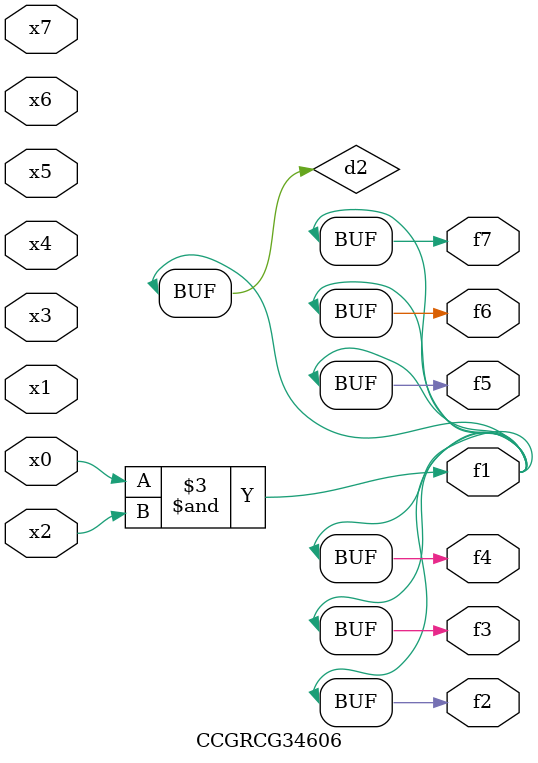
<source format=v>
module CCGRCG34606(
	input x0, x1, x2, x3, x4, x5, x6, x7,
	output f1, f2, f3, f4, f5, f6, f7
);

	wire d1, d2;

	nor (d1, x3, x6);
	and (d2, x0, x2);
	assign f1 = d2;
	assign f2 = d2;
	assign f3 = d2;
	assign f4 = d2;
	assign f5 = d2;
	assign f6 = d2;
	assign f7 = d2;
endmodule

</source>
